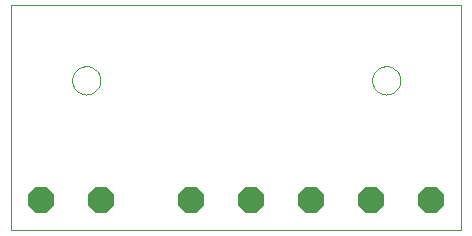
<source format=gbl>
G75*
G70*
%OFA0B0*%
%FSLAX24Y24*%
%IPPOS*%
%LPD*%
%AMOC8*
5,1,8,0,0,1.08239X$1,22.5*
%
%ADD10C,0.0000*%
%ADD11OC8,0.0850*%
D10*
X000181Y000181D02*
X000181Y007681D01*
X015181Y007681D01*
X015181Y000181D01*
X000181Y000181D01*
X002209Y005181D02*
X002211Y005224D01*
X002217Y005266D01*
X002227Y005308D01*
X002240Y005349D01*
X002257Y005389D01*
X002278Y005426D01*
X002302Y005462D01*
X002329Y005495D01*
X002359Y005526D01*
X002392Y005554D01*
X002427Y005579D01*
X002464Y005600D01*
X002503Y005618D01*
X002543Y005632D01*
X002585Y005643D01*
X002627Y005650D01*
X002670Y005653D01*
X002713Y005652D01*
X002756Y005647D01*
X002798Y005638D01*
X002839Y005626D01*
X002879Y005610D01*
X002917Y005590D01*
X002953Y005567D01*
X002987Y005540D01*
X003019Y005511D01*
X003047Y005479D01*
X003073Y005444D01*
X003095Y005408D01*
X003114Y005369D01*
X003129Y005329D01*
X003141Y005288D01*
X003149Y005245D01*
X003153Y005202D01*
X003153Y005160D01*
X003149Y005117D01*
X003141Y005074D01*
X003129Y005033D01*
X003114Y004993D01*
X003095Y004954D01*
X003073Y004918D01*
X003047Y004883D01*
X003019Y004851D01*
X002987Y004822D01*
X002953Y004795D01*
X002917Y004772D01*
X002879Y004752D01*
X002839Y004736D01*
X002798Y004724D01*
X002756Y004715D01*
X002713Y004710D01*
X002670Y004709D01*
X002627Y004712D01*
X002585Y004719D01*
X002543Y004730D01*
X002503Y004744D01*
X002464Y004762D01*
X002427Y004783D01*
X002392Y004808D01*
X002359Y004836D01*
X002329Y004867D01*
X002302Y004900D01*
X002278Y004936D01*
X002257Y004973D01*
X002240Y005013D01*
X002227Y005054D01*
X002217Y005096D01*
X002211Y005138D01*
X002209Y005181D01*
X012209Y005181D02*
X012211Y005224D01*
X012217Y005266D01*
X012227Y005308D01*
X012240Y005349D01*
X012257Y005389D01*
X012278Y005426D01*
X012302Y005462D01*
X012329Y005495D01*
X012359Y005526D01*
X012392Y005554D01*
X012427Y005579D01*
X012464Y005600D01*
X012503Y005618D01*
X012543Y005632D01*
X012585Y005643D01*
X012627Y005650D01*
X012670Y005653D01*
X012713Y005652D01*
X012756Y005647D01*
X012798Y005638D01*
X012839Y005626D01*
X012879Y005610D01*
X012917Y005590D01*
X012953Y005567D01*
X012987Y005540D01*
X013019Y005511D01*
X013047Y005479D01*
X013073Y005444D01*
X013095Y005408D01*
X013114Y005369D01*
X013129Y005329D01*
X013141Y005288D01*
X013149Y005245D01*
X013153Y005202D01*
X013153Y005160D01*
X013149Y005117D01*
X013141Y005074D01*
X013129Y005033D01*
X013114Y004993D01*
X013095Y004954D01*
X013073Y004918D01*
X013047Y004883D01*
X013019Y004851D01*
X012987Y004822D01*
X012953Y004795D01*
X012917Y004772D01*
X012879Y004752D01*
X012839Y004736D01*
X012798Y004724D01*
X012756Y004715D01*
X012713Y004710D01*
X012670Y004709D01*
X012627Y004712D01*
X012585Y004719D01*
X012543Y004730D01*
X012503Y004744D01*
X012464Y004762D01*
X012427Y004783D01*
X012392Y004808D01*
X012359Y004836D01*
X012329Y004867D01*
X012302Y004900D01*
X012278Y004936D01*
X012257Y004973D01*
X012240Y005013D01*
X012227Y005054D01*
X012217Y005096D01*
X012211Y005138D01*
X012209Y005181D01*
D11*
X012181Y001181D03*
X010181Y001181D03*
X008181Y001181D03*
X006181Y001181D03*
X003181Y001181D03*
X001181Y001181D03*
X014181Y001181D03*
M02*

</source>
